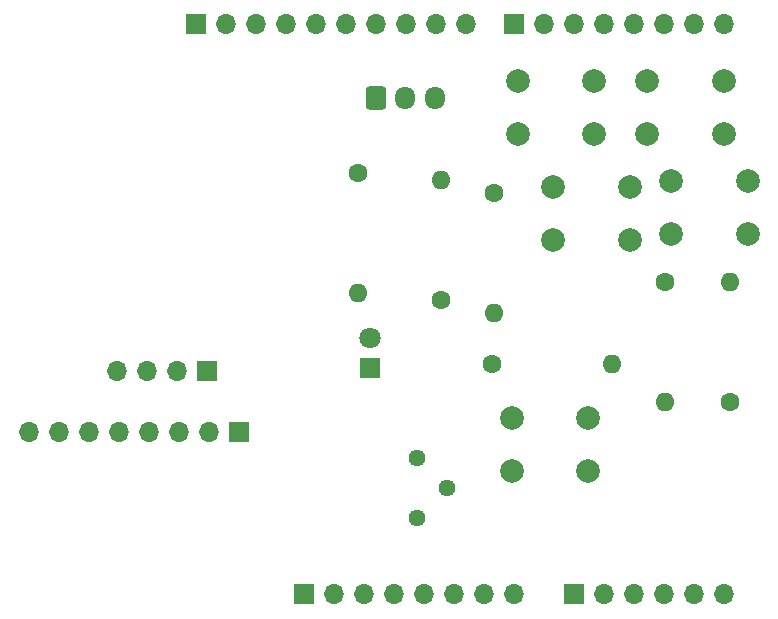
<source format=gbr>
%TF.GenerationSoftware,KiCad,Pcbnew,8.0.8*%
%TF.CreationDate,2025-02-04T10:54:44-07:00*%
%TF.ProjectId,Uno_Shield_ThermoPro,556e6f5f-5368-4696-956c-645f54686572,rev?*%
%TF.SameCoordinates,Original*%
%TF.FileFunction,Soldermask,Top*%
%TF.FilePolarity,Negative*%
%FSLAX46Y46*%
G04 Gerber Fmt 4.6, Leading zero omitted, Abs format (unit mm)*
G04 Created by KiCad (PCBNEW 8.0.8) date 2025-02-04 10:54:44*
%MOMM*%
%LPD*%
G01*
G04 APERTURE LIST*
G04 Aperture macros list*
%AMRoundRect*
0 Rectangle with rounded corners*
0 $1 Rounding radius*
0 $2 $3 $4 $5 $6 $7 $8 $9 X,Y pos of 4 corners*
0 Add a 4 corners polygon primitive as box body*
4,1,4,$2,$3,$4,$5,$6,$7,$8,$9,$2,$3,0*
0 Add four circle primitives for the rounded corners*
1,1,$1+$1,$2,$3*
1,1,$1+$1,$4,$5*
1,1,$1+$1,$6,$7*
1,1,$1+$1,$8,$9*
0 Add four rect primitives between the rounded corners*
20,1,$1+$1,$2,$3,$4,$5,0*
20,1,$1+$1,$4,$5,$6,$7,0*
20,1,$1+$1,$6,$7,$8,$9,0*
20,1,$1+$1,$8,$9,$2,$3,0*%
G04 Aperture macros list end*
%ADD10R,1.700000X1.700000*%
%ADD11O,1.700000X1.700000*%
%ADD12C,2.000000*%
%ADD13R,1.800000X1.800000*%
%ADD14C,1.800000*%
%ADD15C,1.600000*%
%ADD16O,1.600000X1.600000*%
%ADD17RoundRect,0.250000X-0.600000X-0.725000X0.600000X-0.725000X0.600000X0.725000X-0.600000X0.725000X0*%
%ADD18O,1.700000X1.950000*%
%ADD19C,1.440000*%
G04 APERTURE END LIST*
D10*
%TO.C,J1*%
X127940000Y-97460000D03*
D11*
X130480000Y-97460000D03*
X133020000Y-97460000D03*
X135560000Y-97460000D03*
X138100000Y-97460000D03*
X140640000Y-97460000D03*
X143180000Y-97460000D03*
X145720000Y-97460000D03*
%TD*%
D10*
%TO.C,J3*%
X150800000Y-97460000D03*
D11*
X153340000Y-97460000D03*
X155880000Y-97460000D03*
X158420000Y-97460000D03*
X160960000Y-97460000D03*
X163500000Y-97460000D03*
%TD*%
D10*
%TO.C,J2*%
X118796000Y-49200000D03*
D11*
X121336000Y-49200000D03*
X123876000Y-49200000D03*
X126416000Y-49200000D03*
X128956000Y-49200000D03*
X131496000Y-49200000D03*
X134036000Y-49200000D03*
X136576000Y-49200000D03*
X139116000Y-49200000D03*
X141656000Y-49200000D03*
%TD*%
D10*
%TO.C,J4*%
X145720000Y-49200000D03*
D11*
X148260000Y-49200000D03*
X150800000Y-49200000D03*
X153340000Y-49200000D03*
X155880000Y-49200000D03*
X158420000Y-49200000D03*
X160960000Y-49200000D03*
X163500000Y-49200000D03*
%TD*%
D12*
%TO.C,SW4*%
X157000000Y-54000000D03*
X163500000Y-54000000D03*
X157000000Y-58500000D03*
X163500000Y-58500000D03*
%TD*%
D13*
%TO.C,D1*%
X133500000Y-78275000D03*
D14*
X133500000Y-75735000D03*
%TD*%
D12*
%TO.C,SW5*%
X145500000Y-82500000D03*
X152000000Y-82500000D03*
X145500000Y-87000000D03*
X152000000Y-87000000D03*
%TD*%
%TO.C,SW2*%
X149000000Y-63000000D03*
X155500000Y-63000000D03*
X149000000Y-67500000D03*
X155500000Y-67500000D03*
%TD*%
D15*
%TO.C,R4*%
X144000000Y-63500000D03*
D16*
X144000000Y-73660000D03*
%TD*%
D15*
%TO.C,R1*%
X132500000Y-61840000D03*
D16*
X132500000Y-72000000D03*
%TD*%
D17*
%TO.C,J7*%
X134000000Y-55475000D03*
D18*
X136500000Y-55475000D03*
X139000000Y-55475000D03*
%TD*%
D12*
%TO.C,SW3*%
X146000000Y-54000000D03*
X152500000Y-54000000D03*
X146000000Y-58500000D03*
X152500000Y-58500000D03*
%TD*%
D10*
%TO.C,J6*%
X119700000Y-78540000D03*
D11*
X117160000Y-78540000D03*
X114620000Y-78540000D03*
X112080000Y-78540000D03*
%TD*%
D12*
%TO.C,SW1*%
X159000000Y-62500000D03*
X165500000Y-62500000D03*
X159000000Y-67000000D03*
X165500000Y-67000000D03*
%TD*%
D15*
%TO.C,R5*%
X164000000Y-81160000D03*
D16*
X164000000Y-71000000D03*
%TD*%
D15*
%TO.C,R2*%
X158500000Y-71000000D03*
D16*
X158500000Y-81160000D03*
%TD*%
D19*
%TO.C,RV1*%
X137500000Y-91000000D03*
X140040000Y-88460000D03*
X137500000Y-85920000D03*
%TD*%
D10*
%TO.C,J5*%
X122380000Y-83750000D03*
D11*
X119840000Y-83750000D03*
X117300000Y-83750000D03*
X114760000Y-83750000D03*
X112220000Y-83750000D03*
X109680000Y-83750000D03*
X107140000Y-83750000D03*
X104600000Y-83750000D03*
%TD*%
D15*
%TO.C,R6*%
X139500000Y-72580000D03*
D16*
X139500000Y-62420000D03*
%TD*%
D15*
%TO.C,R3*%
X143840000Y-78000000D03*
D16*
X154000000Y-78000000D03*
%TD*%
M02*

</source>
